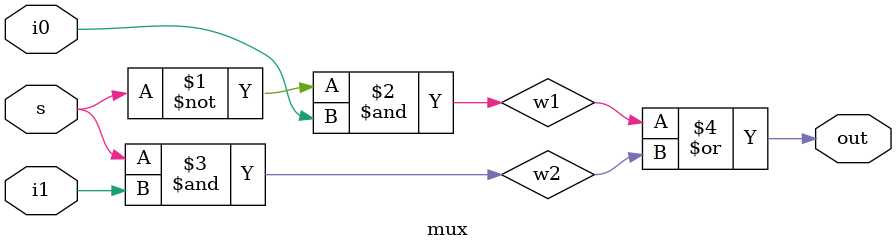
<source format=v>
`timescale 1ns/1ps
module mux(input i0,i1,s,output out);
wire w1,w2;
and(w1,~s,i0);
and(w2,s,i1);
or(out,w1,w2);
endmodule

</source>
